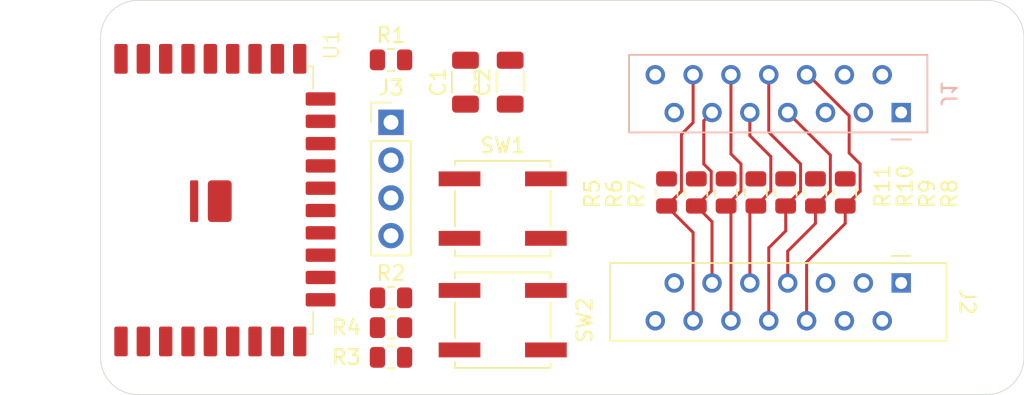
<source format=kicad_pcb>
(kicad_pcb (version 20241229) (generator "pcbnew") (generator_version "9.0")
  (layers (0 "F.Cu" signal) (2 "B.Cu" signal) (13 "F.Paste" user) (15 "B.Paste" user) (5 "F.SilkS" user "F.Silkscreen") (7 "B.SilkS" user "B.Silkscreen") (1 "F.Mask" user) (3 "B.Mask" user) (25 "Edge.Cuts" user))
  (net 0 "")
  (net 1 "/LED1")
  (net 3 "/LED_AUTO")
  (net 4 "/LED3")
  (net 5 "/BTN_PLUS")
  (net 6 "+3.3V")
  (net 7 "/LED2")
  (net 8 "/BTN_MINUS")
  (net 9 "/LED_ERR")
  (net 11 "GND")
  (net 12 "/LED4")
  (net 14 "/LED_FILTER")
  (net 18 "Net-(M1B-3V3)")
  (net 19 "Net-(M1C-EN)")
  (net 20 "/RXD")
  (net 21 "/TXD")
  (net 22 "/GPIO8_BOOT")
  (net 23 "/GPIO9_BOOT")
  (footprint "Resistor_SMD:R_0805_2012Metric" (layer "F.Cu") (at 120 114 180)
    (property "Reference" "R3" (at 3 0 0) (layer "F.SilkS"))
    (property "Value" "10k")
    (fp_line (start -0.227064 0.735) (end 0.227064 0.735) (stroke (width 0.12)) (layer "F.SilkS"))
    (fp_line (start -0.227064 -0.735) (end 0.227064 -0.735) (stroke (width 0.12)) (layer "F.SilkS"))
    (pad "1" smd roundrect (at -0.9125 0 180) (size 1.025 1.4) (layers "F.Cu" "F.Mask" "F.Paste") (roundrect_rratio 0.243902) (net 6 "+3.3V"))
    (pad "2" smd roundrect (at 0.9125 0 180) (size 1.025 1.4) (layers "F.Cu" "F.Mask" "F.Paste") (roundrect_rratio 0.243902) (net 22 "/GPIO8_BOOT"))
  )
  (footprint "Capacitor_SMD:C_1206_3216Metric" (layer "F.Cu") (at 125 95.5 90)
    (property "Reference" "C1" (at 0 -1.85 90) (layer "F.SilkS"))
    (property "Value" "10uF")
    (fp_line (start -0.711252 -0.91) (end 0.711252 -0.91) (stroke (width 0.12)) (layer "F.SilkS"))
    (fp_line (start -0.711252 0.91) (end 0.711252 0.91) (stroke (width 0.12)) (layer "F.SilkS"))
    (pad "1" smd roundrect (at -1.475 0 90) (size 1.15 1.8) (layers "F.Cu" "F.Mask" "F.Paste") (roundrect_rratio 0.217391) (net 18 "Net-(M1B-3V3)"))
    (pad "2" smd roundrect (at 1.475 0 90) (size 1.15 1.8) (layers "F.Cu" "F.Mask" "F.Paste") (roundrect_rratio 0.217391) (net 11 "GND"))
  )
  (footprint "Resistor_SMD:R_0805_2012Metric" (layer "F.Cu") (at 150.5 102.9125 -90)
    (property "Reference" "R8" (at 0.0875 -7 90) (layer "F.SilkS"))
    (property "Value" "47k")
    (fp_line (start -0.227064 0.735) (end 0.227064 0.735) (stroke (width 0.12)) (layer "F.SilkS"))
    (fp_line (start -0.227064 -0.735) (end 0.227064 -0.735) (stroke (width 0.12)) (layer "F.SilkS"))
    (pad "1" smd roundrect (at -0.9125 0 270) (size 1.025 1.4) (layers "F.Cu" "F.Mask" "F.Paste") (roundrect_rratio 0.243902) (net 6 "+3.3V"))
    (pad "2" smd roundrect (at 0.9125 0 270) (size 1.025 1.4) (layers "F.Cu" "F.Mask" "F.Paste") (roundrect_rratio 0.243902) (net 1 "/LED1"))
  )
  (footprint "Resistor_SMD:R_0805_2012Metric" (layer "F.Cu") (at 120 110)
    (property "Reference" "R2" (at 0 -1.65 0) (layer "F.SilkS"))
    (property "Value" "10k")
    (fp_line (start -0.227064 -0.735) (end 0.227064 -0.735) (stroke (width 0.12)) (layer "F.SilkS"))
    (fp_line (start -0.227064 0.735) (end 0.227064 0.735) (stroke (width 0.12)) (layer "F.SilkS"))
    (pad "1" smd roundrect (at -0.9125 0) (size 1.025 1.4) (layers "F.Cu" "F.Mask" "F.Paste") (roundrect_rratio 0.243902) (net 6 "+3.3V"))
    (pad "2" smd roundrect (at 0.9125 0) (size 1.025 1.4) (layers "F.Cu" "F.Mask" "F.Paste") (roundrect_rratio 0.243902) (net 19 "Net-(M1C-EN)"))
  )
  (footprint "local:J_Wurth_WR-MM_690367191472" (layer "F.Cu") (at 154.255 109 -90)
    (property "Reference" "J2" (at 1.27 -4.445 270) (layer "F.SilkS"))
    (property "Value" "690367191472")
    (fp_line (start -1.815 0.65) (end -1.815 -0.65) (stroke (width 0.12)) (layer "F.SilkS"))
    (fp_rect (start -1.34 -3.045) (end 3.88 19.555) (stroke (width 0.12)) (fill no) (layer "F.SilkS"))
    (pad "" np_thru_hole circle (at 1.8 -1.4) (size 1.5 1.5) (drill 1.5) (layers "*.Cu" "*.Mask"))
    (pad "1" thru_hole rect (at 0 0) (size 1.3 1.3) (drill 0.8) (layers "*.Cu" "*.Mask") (net 6 "+3.3V"))
    (pad "2" thru_hole circle (at 2.54 1.27) (size 1.3 1.3) (drill 0.8) (layers "*.Cu" "*.Mask") (net 11 "GND"))
    (pad "3" thru_hole circle (at 0 2.54) (size 1.3 1.3) (drill 0.8) (layers "*.Cu" "*.Mask"))
    (pad "4" thru_hole circle (at 2.54 3.81) (size 1.3 1.3) (drill 0.8) (layers "*.Cu" "*.Mask"))
    (pad "5" thru_hole circle (at 0 5.08) (size 1.3 1.3) (drill 0.8) (layers "*.Cu" "*.Mask"))
    (pad "6" thru_hole circle (at 2.54 6.35) (size 1.3 1.3) (drill 0.8) (layers "*.Cu" "*.Mask") (net 1 "/LED1"))
    (pad "7" thru_hole circle (at 0 7.62) (size 1.3 1.3) (drill 0.8) (layers "*.Cu" "*.Mask") (net 7 "/LED2"))
    (pad "8" thru_hole circle (at 2.54 8.89) (size 1.3 1.3) (drill 0.8) (layers "*.Cu" "*.Mask") (net 4 "/LED3"))
    (pad "9" thru_hole circle (at 0 10.16) (size 1.3 1.3) (drill 0.8) (layers "*.Cu" "*.Mask") (net 12 "/LED4"))
    (pad "10" thru_hole circle (at 2.54 11.43) (size 1.3 1.3) (drill 0.8) (layers "*.Cu" "*.Mask") (net 9 "/LED_ERR"))
    (pad "11" thru_hole circle (at 0 12.7) (size 1.3 1.3) (drill 0.8) (layers "*.Cu" "*.Mask") (net 14 "/LED_FILTER"))
    (pad "12" thru_hole circle (at 2.54 13.97) (size 1.3 1.3) (drill 0.8) (layers "*.Cu" "*.Mask") (net 3 "/LED_AUTO"))
    (pad "13" thru_hole circle (at 0 15.24) (size 1.3 1.3) (drill 0.8) (layers "*.Cu" "*.Mask") (net 8 "/BTN_MINUS"))
    (pad "14" thru_hole circle (at 2.54 16.51) (size 1.3 1.3) (drill 0.8) (layers "*.Cu" "*.Mask") (net 5 "/BTN_PLUS"))
  )
  (footprint "Resistor_SMD:R_0805_2012Metric" (layer "F.Cu") (at 142.5 102.9125 -90)
    (property "Reference" "R7" (at 0.0875 6 90) (layer "F.SilkS"))
    (property "Value" "47k")
    (fp_line (start -0.227064 0.735) (end 0.227064 0.735) (stroke (width 0.12)) (layer "F.SilkS"))
    (fp_line (start -0.227064 -0.735) (end 0.227064 -0.735) (stroke (width 0.12)) (layer "F.SilkS"))
    (pad "1" smd roundrect (at -0.9125 0 270) (size 1.025 1.4) (layers "F.Cu" "F.Mask" "F.Paste") (roundrect_rratio 0.243902) (net 6 "+3.3V"))
    (pad "2" smd roundrect (at 0.9125 0 270) (size 1.025 1.4) (layers "F.Cu" "F.Mask" "F.Paste") (roundrect_rratio 0.243902) (net 9 "/LED_ERR"))
  )
  (footprint "Resistor_SMD:R_0805_2012Metric" (layer "F.Cu") (at 120 94)
    (property "Reference" "R1" (at 0 -1.65 0) (layer "F.SilkS"))
    (property "Value" "1R")
    (fp_line (start -0.227064 -0.735) (end 0.227064 -0.735) (stroke (width 0.12)) (layer "F.SilkS"))
    (fp_line (start -0.227064 0.735) (end 0.227064 0.735) (stroke (width 0.12)) (layer "F.SilkS"))
    (pad "1" smd roundrect (at -0.9125 0) (size 1.025 1.4) (layers "F.Cu" "F.Mask" "F.Paste") (roundrect_rratio 0.243902) (net 6 "+3.3V"))
    (pad "2" smd roundrect (at 0.9125 0) (size 1.025 1.4) (layers "F.Cu" "F.Mask" "F.Paste") (roundrect_rratio 0.243902) (net 18 "Net-(M1B-3V3)"))
  )
  (footprint "Resistor_SMD:R_0805_2012Metric" (layer "F.Cu") (at 120 112 180)
    (property "Reference" "R4" (at 3 0 0) (layer "F.SilkS"))
    (property "Value" "10k")
    (fp_line (start -0.227064 0.735) (end 0.227064 0.735) (stroke (width 0.12)) (layer "F.SilkS"))
    (fp_line (start -0.227064 -0.735) (end 0.227064 -0.735) (stroke (width 0.12)) (layer "F.SilkS"))
    (pad "1" smd roundrect (at -0.9125 0 180) (size 1.025 1.4) (layers "F.Cu" "F.Mask" "F.Paste") (roundrect_rratio 0.243902) (net 6 "+3.3V"))
    (pad "2" smd roundrect (at 0.9125 0 180) (size 1.025 1.4) (layers "F.Cu" "F.Mask" "F.Paste") (roundrect_rratio 0.243902) (net 23 "/GPIO9_BOOT"))
  )
  (footprint "Resistor_SMD:R_0805_2012Metric" (layer "F.Cu") (at 144.5 102.9125 -90)
    (property "Reference" "R11" (at -0.4125 -8.5 90) (layer "F.SilkS"))
    (property "Value" "47k")
    (fp_line (start -0.227064 0.735) (end 0.227064 0.735) (stroke (width 0.12)) (layer "F.SilkS"))
    (fp_line (start -0.227064 -0.735) (end 0.227064 -0.735) (stroke (width 0.12)) (layer "F.SilkS"))
    (pad "1" smd roundrect (at -0.9125 0 270) (size 1.025 1.4) (layers "F.Cu" "F.Mask" "F.Paste") (roundrect_rratio 0.243902) (net 6 "+3.3V"))
    (pad "2" smd roundrect (at 0.9125 0 270) (size 1.025 1.4) (layers "F.Cu" "F.Mask" "F.Paste") (roundrect_rratio 0.243902) (net 12 "/LED4"))
  )
  (footprint "Capacitor_SMD:C_1206_3216Metric" (layer "F.Cu") (at 128 95.5 90)
    (property "Reference" "C2" (at 0 -1.85 90) (layer "F.SilkS"))
    (property "Value" "10uF")
    (fp_line (start -0.711252 -0.91) (end 0.711252 -0.91) (stroke (width 0.12)) (layer "F.SilkS"))
    (fp_line (start -0.711252 0.91) (end 0.711252 0.91) (stroke (width 0.12)) (layer "F.SilkS"))
    (pad "1" smd roundrect (at -1.475 0 90) (size 1.15 1.8) (layers "F.Cu" "F.Mask" "F.Paste") (roundrect_rratio 0.217391) (net 18 "Net-(M1B-3V3)"))
    (pad "2" smd roundrect (at 1.475 0 90) (size 1.15 1.8) (layers "F.Cu" "F.Mask" "F.Paste") (roundrect_rratio 0.217391) (net 11 "GND"))
  )
  (footprint "local:ESP32-H2-WROOM-02C" (layer "F.Cu") (at 107.87 103.43 90)
    (property "Reference" "U1" (at 10.43 8.13 90) (layer "F.SilkS") (effects (font (thickness 0.1))))
    (property "Value" "ESP32-H2-WROOM-02C")
    (fp_line (start 9 6.6) (end 9 6.9) (stroke (width 0.1)) (layer "F.SilkS"))
    (fp_line (start -9 6.6) (end -9 6.9) (stroke (width 0.1)) (layer "F.SilkS"))
    (fp_line (start 7.5 6.9) (end 9 6.9) (stroke (width 0.1)) (layer "F.SilkS"))
    (fp_line (start -9 6.9) (end -7.5 6.9) (stroke (width 0.1)) (layer "F.SilkS"))
    (pad "1" smd roundrect (at -9.5 -6 90) (size 2 0.9) (layers "F.Cu" "F.Mask" "F.Paste") (roundrect_rratio 0.15))
    (pad "2" smd roundrect (at -9.5 -4.5 90) (size 2 0.9) (layers "F.Cu" "F.Mask" "F.Paste") (roundrect_rratio 0.15))
    (pad "3" smd roundrect (at -9.5 -3 90) (size 2 0.9) (layers "F.Cu" "F.Mask" "F.Paste") (roundrect_rratio 0.15))
    (pad "4" smd roundrect (at -9.5 -1.5 90) (size 2 0.9) (layers "F.Cu" "F.Mask" "F.Paste") (roundrect_rratio 0.15))
    (pad "5" smd roundrect (at -9.5 0 90) (size 2 0.9) (layers "F.Cu" "F.Mask" "F.Paste") (roundrect_rratio 0.15) (net 3 "/LED_AUTO"))
    (pad "6" smd roundrect (at -9.5 1.5 90) (size 2 0.9) (layers "F.Cu" "F.Mask" "F.Paste") (roundrect_rratio 0.15) (net 14 "/LED_FILTER"))
    (pad "7" smd roundrect (at -9.5 3 90) (size 2 0.9) (layers "F.Cu" "F.Mask" "F.Paste") (roundrect_rratio 0.15) (net 22 "/GPIO8_BOOT"))
    (pad "8" smd roundrect (at -9.5 4.5 90) (size 2 0.9) (layers "F.Cu" "F.Mask" "F.Paste") (roundrect_rratio 0.15) (net 23 "/GPIO9_BOOT"))
    (pad "9" smd roundrect (at -9.5 6 90) (size 2 0.9) (layers "F.Cu" "F.Mask" "F.Paste") (roundrect_rratio 0.15))
    (pad "10" smd roundrect (at -6.7 7.4 180) (size 2 0.9) (layers "F.Cu" "F.Mask" "F.Paste") (roundrect_rratio 0.15) (net 9 "/LED_ERR"))
    (pad "11" smd roundrect (at -5.2 7.4 180) (size 2 0.9) (layers "F.Cu" "F.Mask" "F.Paste") (roundrect_rratio 0.15) (net 1 "/LED1"))
    (pad "12" smd roundrect (at -3.7 7.4 180) (size 2 0.9) (layers "F.Cu" "F.Mask" "F.Paste") (roundrect_rratio 0.15) (net 7 "/LED2"))
    (pad "13" smd roundrect (at -2.2 7.4 180) (size 2 0.9) (layers "F.Cu" "F.Mask" "F.Paste") (roundrect_rratio 0.15))
    (pad "14" smd roundrect (at -0.7 7.4 180) (size 2 0.9) (layers "F.Cu" "F.Mask" "F.Paste") (roundrect_rratio 0.15))
    (pad "15" smd roundrect (at 0.8 7.4 180) (size 2 0.9) (layers "F.Cu" "F.Mask" "F.Paste") (roundrect_rratio 0.15) (net 4 "/LED3"))
    (pad "16" smd roundrect (at 2.3 7.4 180) (size 2 0.9) (layers "F.Cu" "F.Mask" "F.Paste") (roundrect_rratio 0.15))
    (pad "17" smd roundrect (at 3.8 7.4 180) (size 2 0.9) (layers "F.Cu" "F.Mask" "F.Paste") (roundrect_rratio 0.15))
    (pad "18" smd roundrect (at 5.3 7.4 180) (size 2 0.9) (layers "F.Cu" "F.Mask" "F.Paste") (roundrect_rratio 0.15))
    (pad "19" smd roundrect (at 6.8 7.4 180) (size 2 0.9) (layers "F.Cu" "F.Mask" "F.Paste") (roundrect_rratio 0.15))
    (pad "20" smd roundrect (at 9.5 6 270) (size 2 0.9) (layers "F.Cu" "F.Mask" "F.Paste") (roundrect_rratio 0.15) (net 12 "/LED4"))
    (pad "21" smd roundrect (at 9.5 4.5 270) (size 2 0.9) (layers "F.Cu" "F.Mask" "F.Paste") (roundrect_rratio 0.15))
    (pad "22" smd roundrect (at 9.5 3 270) (size 2 0.9) (layers "F.Cu" "F.Mask" "F.Paste") (roundrect_rratio 0.15))
    (pad "23" smd roundrect (at 9.5 1.5 270) (size 2 0.9) (layers "F.Cu" "F.Mask" "F.Paste") (roundrect_rratio 0.15))
    (pad "24" smd roundrect (at 9.5 0 270) (size 2 0.9) (layers "F.Cu" "F.Mask" "F.Paste") (roundrect_rratio 0.15))
    (pad "25" smd roundrect (at 9.5 -1.5 270) (size 2 0.9) (layers "F.Cu" "F.Mask" "F.Paste") (roundrect_rratio 0.15))
    (pad "26" smd roundrect (at 9.5 -3 270) (size 2 0.9) (layers "F.Cu" "F.Mask" "F.Paste") (roundrect_rratio 0.15))
    (pad "27" smd roundrect (at 9.5 -4.5 270) (size 2 0.9) (layers "F.Cu" "F.Mask" "F.Paste") (roundrect_rratio 0.15) (net 8 "/BTN_MINUS"))
    (pad "28" smd roundrect (at 9.5 -6 270) (size 2 0.9) (layers "F.Cu" "F.Mask" "F.Paste") (roundrect_rratio 0.15) (net 5 "/BTN_PLUS"))
    (pad "29" smd roundrect (at -0.07 -1.09 270) (size 2.8 0.55) (layers "F.Cu" "F.Mask" "F.Paste") (roundrect_rratio 0.15))
    (pad "30" smd roundrect (at -0.07 0.63 270) (size 2.8 1.6) (layers "F.Cu" "F.Mask" "F.Paste") (roundrect_rratio 0.15))
  )
  (footprint "Button_Switch_SMD:SW_Push_1P1T_NO_CK_KSC7xxJ" (layer "F.Cu") (at 127.5 104 180)
    (property "Reference" "SW1" (at 0 4.24 0) (layer "F.SilkS"))
    (property "Value" "SW_Push")
    (fp_line (start 3.21 3.21) (end 3.21 2.93) (stroke (width 0.12)) (layer "F.SilkS"))
    (fp_line (start 3.21 1.2) (end 3.21 -1.2) (stroke (width 0.12)) (layer "F.SilkS"))
    (fp_line (start 3.21 -2.8) (end 3.21 -3.21) (stroke (width 0.12)) (layer "F.SilkS"))
    (fp_line (start 3.21 -3.21) (end -3.21 -3.21) (stroke (width 0.12)) (layer "F.SilkS"))
    (fp_line (start -3.21 3.21) (end 3.21 3.21) (stroke (width 0.12)) (layer "F.SilkS"))
    (fp_line (start -3.21 2.8) (end -3.21 3.21) (stroke (width 0.12)) (layer "F.SilkS"))
    (fp_line (start -3.21 -1.2) (end -3.21 1.2) (stroke (width 0.12)) (layer "F.SilkS"))
    (fp_line (start -3.21 -3.21) (end -3.21 -2.8) (stroke (width 0.12)) (layer "F.SilkS"))
    (pad "1" smd rect (at -2.9 -2 180) (size 2.8 1) (layers "F.Cu" "F.Mask" "F.Paste") (net 11 "GND"))
    (pad "1" smd rect (at 2.9 -2 180) (size 2.8 1) (layers "F.Cu" "F.Mask" "F.Paste") (net 11 "GND"))
    (pad "2" smd rect (at -2.9 2 180) (size 2.8 1) (layers "F.Cu" "F.Mask" "F.Paste") (net 19 "Net-(M1C-EN)"))
    (pad "2" smd rect (at 2.9 2 180) (size 2.8 1) (layers "F.Cu" "F.Mask" "F.Paste") (net 19 "Net-(M1C-EN)"))
  )
  (footprint "Button_Switch_SMD:SW_Push_1P1T_NO_CK_KSC7xxJ" (layer "F.Cu") (at 127.5 111.5)
    (property "Reference" "SW2" (at 5.5 0 90) (layer "F.SilkS"))
    (property "Value" "SW_Push")
    (fp_line (start -3.21 -3.21) (end -3.21 -2.8) (stroke (width 0.12)) (layer "F.SilkS"))
    (fp_line (start -3.21 -1.2) (end -3.21 1.2) (stroke (width 0.12)) (layer "F.SilkS"))
    (fp_line (start -3.21 2.8) (end -3.21 3.21) (stroke (width 0.12)) (layer "F.SilkS"))
    (fp_line (start -3.21 3.21) (end 3.21 3.21) (stroke (width 0.12)) (layer "F.SilkS"))
    (fp_line (start 3.21 -3.21) (end -3.21 -3.21) (stroke (width 0.12)) (layer "F.SilkS"))
    (fp_line (start 3.21 -2.8) (end 3.21 -3.21) (stroke (width 0.12)) (layer "F.SilkS"))
    (fp_line (start 3.21 1.2) (end 3.21 -1.2) (stroke (width 0.12)) (layer "F.SilkS"))
    (fp_line (start 3.21 3.21) (end 3.21 2.93) (stroke (width 0.12)) (layer "F.SilkS"))
    (pad "1" smd rect (at -2.9 -2) (size 2.8 1) (layers "F.Cu" "F.Mask" "F.Paste") (net 11 "GND"))
    (pad "1" smd rect (at 2.9 -2) (size 2.8 1) (layers "F.Cu" "F.Mask" "F.Paste") (net 11 "GND"))
    (pad "2" smd rect (at -2.9 2) (size 2.8 1) (layers "F.Cu" "F.Mask" "F.Paste") (net 23 "/GPIO9_BOOT"))
    (pad "2" smd rect (at 2.9 2) (size 2.8 1) (layers "F.Cu" "F.Mask" "F.Paste") (net 23 "/GPIO9_BOOT"))
  )
  (footprint "Resistor_SMD:R_0805_2012Metric" (layer "F.Cu") (at 138.5 102.9125 -90)
    (property "Reference" "R5" (at 0.0875 5 90) (layer "F.SilkS"))
    (property "Value" "47k")
    (fp_line (start -0.227064 0.735) (end 0.227064 0.735) (stroke (width 0.12)) (layer "F.SilkS"))
    (fp_line (start -0.227064 -0.735) (end 0.227064 -0.735) (stroke (width 0.12)) (layer "F.SilkS"))
    (pad "1" smd roundrect (at -0.9125 0 270) (size 1.025 1.4) (layers "F.Cu" "F.Mask" "F.Paste") (roundrect_rratio 0.243902) (net 6 "+3.3V"))
    (pad "2" smd roundrect (at 0.9125 0 270) (size 1.025 1.4) (layers "F.Cu" "F.Mask" "F.Paste") (roundrect_rratio 0.243902) (net 3 "/LED_AUTO"))
  )
  (footprint "Resistor_SMD:R_0805_2012Metric" (layer "F.Cu") (at 148.5 102.9125 -90)
    (property "Reference" "R9" (at 0.0875 -7.5 90) (layer "F.SilkS"))
    (property "Value" "47k")
    (fp_line (start -0.227064 0.735) (end 0.227064 0.735) (stroke (width 0.12)) (layer "F.SilkS"))
    (fp_line (start -0.227064 -0.735) (end 0.227064 -0.735) (stroke (width 0.12)) (layer "F.SilkS"))
    (pad "1" smd roundrect (at -0.9125 0 270) (size 1.025 1.4) (layers "F.Cu" "F.Mask" "F.Paste") (roundrect_rratio 0.243902) (net 6 "+3.3V"))
    (pad "2" smd roundrect (at 0.9125 0 270) (size 1.025 1.4) (layers "F.Cu" "F.Mask" "F.Paste") (roundrect_rratio 0.243902) (net 7 "/LED2"))
  )
  (footprint "Resistor_SMD:R_0805_2012Metric" (layer "F.Cu") (at 140.5 102.9125 -90)
    (property "Reference" "R6" (at 0.0875 5.5 90) (layer "F.SilkS"))
    (property "Value" "47k")
    (fp_line (start -0.227064 0.735) (end 0.227064 0.735) (stroke (width 0.12)) (layer "F.SilkS"))
    (fp_line (start -0.227064 -0.735) (end 0.227064 -0.735) (stroke (width 0.12)) (layer "F.SilkS"))
    (pad "1" smd roundrect (at -0.9125 0 270) (size 1.025 1.4) (layers "F.Cu" "F.Mask" "F.Paste") (roundrect_rratio 0.243902) (net 6 "+3.3V"))
    (pad "2" smd roundrect (at 0.9125 0 270) (size 1.025 1.4) (layers "F.Cu" "F.Mask" "F.Paste") (roundrect_rratio 0.243902) (net 14 "/LED_FILTER"))
  )
  (footprint "Connector_PinHeader_2.54mm:PinHeader_1x04_P2.54mm_Vertical" (layer "F.Cu") (at 120 98.2)
    (property "Reference" "J3" (at 0 -2.33 0) (layer "F.SilkS"))
    (property "Value" "Conn_01x04")
    (fp_line (start -1.33 -1.33) (end 0 -1.33) (stroke (width 0.12)) (layer "F.SilkS"))
    (fp_line (start -1.33 0) (end -1.33 -1.33) (stroke (width 0.12)) (layer "F.SilkS"))
    (fp_line (start -1.33 1.27) (end -1.33 8.95) (stroke (width 0.12)) (layer "F.SilkS"))
    (fp_line (start -1.33 1.27) (end 1.33 1.27) (stroke (width 0.12)) (layer "F.SilkS"))
    (fp_line (start -1.33 8.95) (end 1.33 8.95) (stroke (width 0.12)) (layer "F.SilkS"))
    (fp_line (start 1.33 1.27) (end 1.33 8.95) (stroke (width 0.12)) (layer "F.SilkS"))
    (pad "1" thru_hole rect (at 0 0) (size 1.7 1.7) (drill 1) (layers "*.Cu" "*.Mask") (net 6 "+3.3V"))
    (pad "2" thru_hole oval (at 0 2.54) (size 1.7 1.7) (drill 1) (layers "*.Cu" "*.Mask") (net 21 "/TXD"))
    (pad "3" thru_hole oval (at 0 5.08) (size 1.7 1.7) (drill 1) (layers "*.Cu" "*.Mask") (net 20 "/RXD"))
    (pad "4" thru_hole oval (at 0 7.62) (size 1.7 1.7) (drill 1) (layers "*.Cu" "*.Mask") (net 11 "GND"))
  )
  (footprint "Resistor_SMD:R_0805_2012Metric" (layer "F.Cu") (at 146.5 102.9125 -90)
    (property "Reference" "R10" (at -0.4125 -8 90) (layer "F.SilkS"))
    (property "Value" "47k")
    (fp_line (start -0.227064 0.735) (end 0.227064 0.735) (stroke (width 0.12)) (layer "F.SilkS"))
    (fp_line (start -0.227064 -0.735) (end 0.227064 -0.735) (stroke (width 0.12)) (layer "F.SilkS"))
    (pad "1" smd roundrect (at -0.9125 0 270) (size 1.025 1.4) (layers "F.Cu" "F.Mask" "F.Paste") (roundrect_rratio 0.243902) (net 6 "+3.3V"))
    (pad "2" smd roundrect (at 0.9125 0 270) (size 1.025 1.4) (layers "F.Cu" "F.Mask" "F.Paste") (roundrect_rratio 0.243902) (net 4 "/LED3"))
  )
  (footprint "local:J_Wurth_WR-MM_690357101472" (layer "B.Cu") (at 154.255 97.54 90)
    (property "Reference" "J1" (at 1.27 3.175 270) (layer "B.SilkS") (effects (justify mirror)))
    (property "Value" "690357101472")
    (fp_line (start -1.815 0.65) (end -1.815 -0.65) (stroke (width 0.12)) (layer "B.SilkS"))
    (fp_rect (start -1.34 1.76) (end 3.88 -18.27) (stroke (width 0.12)) (fill no) (layer "B.SilkS"))
    (pad "1" thru_hole rect (at 0 0) (size 1.3 1.3) (drill 0.8) (layers "*.Cu" "*.Mask") (net 6 "+3.3V"))
    (pad "2" thru_hole circle (at 2.54 -1.27) (size 1.3 1.3) (drill 0.8) (layers "*.Cu" "*.Mask") (net 11 "GND"))
    (pad "3" thru_hole circle (at 0 -2.54) (size 1.3 1.3) (drill 0.8) (layers "*.Cu" "*.Mask"))
    (pad "4" thru_hole circle (at 2.54 -3.81) (size 1.3 1.3) (drill 0.8) (layers "*.Cu" "*.Mask"))
    (pad "5" thru_hole circle (at 0 -5.08) (size 1.3 1.3) (drill 0.8) (layers "*.Cu" "*.Mask"))
    (pad "6" thru_hole circle (at 2.54 -6.35) (size 1.3 1.3) (drill 0.8) (layers "*.Cu" "*.Mask") (net 1 "/LED1"))
    (pad "7" thru_hole circle (at 0 -7.62) (size 1.3 1.3) (drill 0.8) (layers "*.Cu" "*.Mask") (net 7 "/LED2"))
    (pad "8" thru_hole circle (at 2.54 -8.89) (size 1.3 1.3) (drill 0.8) (layers "*.Cu" "*.Mask") (net 4 "/LED3"))
    (pad "9" thru_hole circle (at 0 -10.16) (size 1.3 1.3) (drill 0.8) (layers "*.Cu" "*.Mask") (net 12 "/LED4"))
    (pad "10" thru_hole circle (at 2.54 -11.43) (size 1.3 1.3) (drill 0.8) (layers "*.Cu" "*.Mask") (net 9 "/LED_ERR"))
    (pad "11" thru_hole circle (at 0 -12.7) (size 1.3 1.3) (drill 0.8) (layers "*.Cu" "*.Mask") (net 14 "/LED_FILTER"))
    (pad "12" thru_hole circle (at 2.54 -13.97) (size 1.3 1.3) (drill 0.8) (layers "*.Cu" "*.Mask") (net 3 "/LED_AUTO"))
    (pad "13" thru_hole circle (at 0 -15.24) (size 1.3 1.3) (drill 0.8) (layers "*.Cu" "*.Mask") (net 8 "/BTN_MINUS"))
    (pad "14" thru_hole circle (at 2.54 -16.51) (size 1.3 1.3) (drill 0.8) (layers "*.Cu" "*.Mask") (net 5 "/BTN_PLUS"))
  )
  (gr_arc (start 160 90) (mid 161.767767 90.732233) (end 162.5 92.5) (stroke (width 0.05)) (layer "Edge.Cuts"))
  (gr_arc (start 162.5 114) (mid 161.767767 115.767767) (end 160 116.5) (stroke (width 0.05)) (layer "Edge.Cuts"))
  (gr_line (start 162.5 114) (end 162.5 92.5) (stroke (width 0.05)) (layer "Edge.Cuts"))
  (gr_line (start 100.5 92.5) (end 100.5 114) (stroke (width 0.05)) (layer "Edge.Cuts"))
  (gr_line (start 103 116.5) (end 160 116.5) (stroke (width 0.05)) (layer "Edge.Cuts"))
  (gr_arc (start 103 116.5) (mid 101.232233 115.767767) (end 100.5 114) (stroke (width 0.05)) (layer "Edge.Cuts"))
  (gr_line (start 103 90) (end 160 90) (stroke (width 0.05)) (layer "Edge.Cuts"))
  (gr_arc (start 100.5 92.5) (mid 101.232233 90.732233) (end 103 90) (stroke (width 0.05)) (layer "Edge.Cuts"))
  (segment (start 150.764 100.264) (end 151.5 101) (width 0.2) (layer "F.Cu") (net 1))
  (segment (start 150.5 105) (end 150.5 103.825) (width 0.2) (layer "F.Cu") (net 1))
  (segment (start 147.905 111.54) (end 147.905 107.595) (width 0.2) (layer "F.Cu") (net 1))
  (segment (start 151.5 101) (end 151.5 102.825) (width 0.2) (layer "F.Cu") (net 1))
  (segment (start 148 95) (end 150.764 97.764) (width 0.2) (layer "F.Cu") (net 1))
  (segment (start 151.5 102.825) (end 150.5 103.825) (width 0.2) (layer "F.Cu") (net 1))
  (segment (start 150.764 97.764) (end 150.764 100.264) (width 0.2) (layer "F.Cu") (net 1))
  (segment (start 147.905 107.595) (end 150.5 105) (width 0.2) (layer "F.Cu") (net 1))
  (segment (start 147.905 95) (end 148 95) (width 0.2) (layer "F.Cu") (net 1))
  (segment (start 140.285 105.61) (end 138.5 103.825) (width 0.2) (layer "F.Cu") (net 3))
  (segment (start 140.285 111.54) (end 140.285 105.61) (width 0.2) (layer "F.Cu") (net 3))
  (segment (start 138.5 103.825) (end 139.5 102.825) (width 0.2) (layer "F.Cu") (net 3))
  (segment (start 139.5 102.825) (end 139.5 99) (width 0.2) (layer "F.Cu") (net 3))
  (segment (start 139.5 99) (end 140.285 98.215) (width 0.2) (layer "F.Cu") (net 3))
  (segment (start 140.285 98.215) (end 140.285 95) (width 0.2) (layer "F.Cu") (net 3))
  (segment (start 147.5 102.825) (end 147.5 101) (width 0.2) (layer "F.Cu") (net 4))
  (segment (start 147.5 101) (end 145.365 98.865) (width 0.2) (layer "F.Cu") (net 4))
  (segment (start 145.365 98.865) (end 145.365 95) (width 0.2) (layer "F.Cu") (net 4))
  (segment (start 146.5 103.825) (end 147.5 102.825) (width 0.2) (layer "F.Cu") (net 4))
  (segment (start 145.365 106.635) (end 146.5 105.5) (width 0.2) (layer "F.Cu") (net 4))
  (segment (start 146.5 105.5) (end 146.5 103.825) (width 0.2) (layer "F.Cu") (net 4))
  (segment (start 145.365 111.54) (end 145.365 106.635) (width 0.2) (layer "F.Cu") (net 4))
  (segment (start 146.635 109) (end 146.635 106.865) (width 0.2) (layer "F.Cu") (net 7))
  (segment (start 146.635 106.865) (end 148.5 105) (width 0.2) (layer "F.Cu") (net 7))
  (segment (start 148.5 105) (end 148.5 103.825) (width 0.2) (layer "F.Cu") (net 7))
  (segment (start 148.5 103.825) (end 149.5 102.825) (width 0.2) (layer "F.Cu") (net 7))
  (segment (start 149.5 102.825) (end 149.5 100.405) (width 0.2) (layer "F.Cu") (net 7))
  (segment (start 149.5 100.405) (end 146.635 97.54) (width 0.2) (layer "F.Cu") (net 7))
  (segment (start 143.5 101) (end 143.5 102.5) (width 0.2) (layer "F.Cu") (net 9))
  (segment (start 142.5 103.825) (end 143.5 102.825) (width 0.2) (layer "F.Cu") (net 9))
  (segment (start 142.825 95) (end 142.825 100.325) (width 0.2) (layer "F.Cu") (net 9))
  (segment (start 143.5 102.825) (end 143.5 102.5) (width 0.2) (layer "F.Cu") (net 9))
  (segment (start 142.5 103.825) (end 142.825 104.15) (width 0.2) (layer "F.Cu") (net 9))
  (segment (start 142.825 104.15) (end 142.825 111.54) (width 0.2) (layer "F.Cu") (net 9))
  (segment (start 142.825 100.325) (end 143.5 101) (width 0.2) (layer "F.Cu") (net 9))
  (segment (start 145.5 102.825) (end 145.5 100.5) (width 0.2) (layer "F.Cu") (net 12))
  (segment (start 144.095 109) (end 144.095 104.23) (width 0.2) (layer "F.Cu") (net 12))
  (segment (start 144.5 103.825) (end 145.5 102.825) (width 0.2) (layer "F.Cu") (net 12))
  (segment (start 144.095 99.095) (end 144.095 97.54) (width 0.2) (layer "F.Cu") (net 12))
  (segment (start 145.5 100.5) (end 144.095 99.095) (width 0.2) (layer "F.Cu") (net 12))
  (segment (start 144.095 104.23) (end 144.5 103.825) (width 0.2) (layer "F.Cu") (net 12))
  (segment (start 140.5 103.825) (end 141.5 102.825) (width 0.2) (layer "F.Cu") (net 14))
  (segment (start 141.555 104.88) (end 140.5 103.825) (width 0.2) (layer "F.Cu") (net 14))
  (segment (start 141.5 101.5) (end 141 101) (width 0.2) (layer "F.Cu") (net 14))
  (segment (start 141 101) (end 141 98.095) (width 0.2) (layer "F.Cu") (net 14))
  (segment (start 141.555 109) (end 141.555 104.88) (width 0.2) (layer "F.Cu") (net 14))
  (segment (start 141.5 102.825) (end 141.5 101.5) (width 0.2) (layer "F.Cu") (net 14))
  (segment (start 141 98.095) (end 141.555 97.54) (width 0.2) (layer "F.Cu") (net 14))
)
</source>
